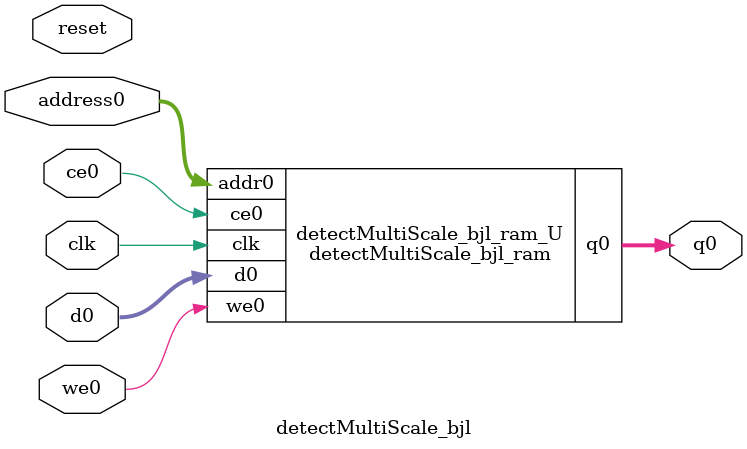
<source format=v>

`timescale 1 ns / 1 ps
module detectMultiScale_bjl_ram (addr0, ce0, d0, we0, q0,  clk);

parameter DWIDTH = 16;
parameter AWIDTH = 10;
parameter MEM_SIZE = 1000;

input[AWIDTH-1:0] addr0;
input ce0;
input[DWIDTH-1:0] d0;
input we0;
output reg[DWIDTH-1:0] q0;
input clk;

(* ram_style = "block" *)reg [DWIDTH-1:0] ram[0:MEM_SIZE-1];




always @(posedge clk)  
begin 
    if (ce0) 
    begin
        if (we0) 
        begin 
            ram[addr0] <= d0; 
            q0 <= d0;
        end 
        else 
            q0 <= ram[addr0];
    end
end


endmodule


`timescale 1 ns / 1 ps
module detectMultiScale_bjl(
    reset,
    clk,
    address0,
    ce0,
    we0,
    d0,
    q0);

parameter DataWidth = 32'd16;
parameter AddressRange = 32'd1000;
parameter AddressWidth = 32'd10;
input reset;
input clk;
input[AddressWidth - 1:0] address0;
input ce0;
input we0;
input[DataWidth - 1:0] d0;
output[DataWidth - 1:0] q0;



detectMultiScale_bjl_ram detectMultiScale_bjl_ram_U(
    .clk( clk ),
    .addr0( address0 ),
    .ce0( ce0 ),
    .we0( we0 ),
    .d0( d0 ),
    .q0( q0 ));

endmodule


</source>
